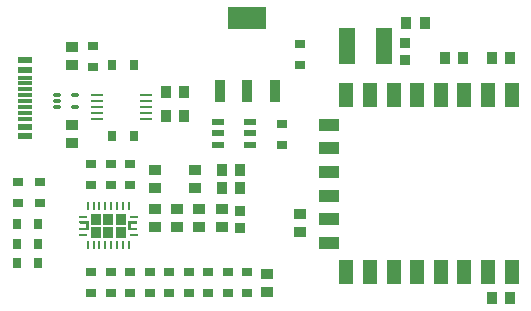
<source format=gtp>
G04 Layer_Color=8421504*
%FSLAX25Y25*%
%MOIN*%
G70*
G01*
G75*
%ADD10R,0.03937X0.00984*%
%ADD11R,0.03937X0.03740*%
%ADD12R,0.03543X0.02756*%
%ADD13R,0.03740X0.03937*%
%ADD14R,0.03740X0.03740*%
%ADD15R,0.05276X0.11890*%
%ADD16R,0.12598X0.07283*%
%ADD17R,0.03543X0.07283*%
%ADD18R,0.04028X0.02197*%
G04:AMPARAMS|DCode=20|XSize=23.62mil|YSize=9.45mil|CornerRadius=1.98mil|HoleSize=0mil|Usage=FLASHONLY|Rotation=90.000|XOffset=0mil|YOffset=0mil|HoleType=Round|Shape=RoundedRectangle|*
%AMROUNDEDRECTD20*
21,1,0.02362,0.00548,0,0,90.0*
21,1,0.01965,0.00945,0,0,90.0*
1,1,0.00397,0.00274,0.00983*
1,1,0.00397,0.00274,-0.00983*
1,1,0.00397,-0.00274,-0.00983*
1,1,0.00397,-0.00274,0.00983*
%
%ADD20ROUNDEDRECTD20*%
G04:AMPARAMS|DCode=21|XSize=9.45mil|YSize=23.62mil|CornerRadius=1.98mil|HoleSize=0mil|Usage=FLASHONLY|Rotation=90.000|XOffset=0mil|YOffset=0mil|HoleType=Round|Shape=RoundedRectangle|*
%AMROUNDEDRECTD21*
21,1,0.00945,0.01965,0,0,90.0*
21,1,0.00548,0.02362,0,0,90.0*
1,1,0.00397,0.00983,0.00274*
1,1,0.00397,0.00983,-0.00274*
1,1,0.00397,-0.00983,-0.00274*
1,1,0.00397,-0.00983,0.00274*
%
%ADD21ROUNDEDRECTD21*%
%ADD22R,0.02756X0.03543*%
%ADD23R,0.04724X0.07874*%
%ADD24R,0.06693X0.04331*%
%ADD25R,0.04528X0.01181*%
%ADD26R,0.04528X0.02362*%
G04:AMPARAMS|DCode=27|XSize=25.98mil|YSize=11.81mil|CornerRadius=1.48mil|HoleSize=0mil|Usage=FLASHONLY|Rotation=0.000|XOffset=0mil|YOffset=0mil|HoleType=Round|Shape=RoundedRectangle|*
%AMROUNDEDRECTD27*
21,1,0.02598,0.00886,0,0,0.0*
21,1,0.02303,0.01181,0,0,0.0*
1,1,0.00295,0.01152,-0.00443*
1,1,0.00295,-0.01152,-0.00443*
1,1,0.00295,-0.01152,0.00443*
1,1,0.00295,0.01152,0.00443*
%
%ADD27ROUNDEDRECTD27*%
G36*
X62417Y38480D02*
X59071D01*
Y42102D01*
X62417D01*
Y38480D01*
D02*
G37*
G36*
X50016Y41020D02*
X47161D01*
X47151Y41020D01*
X47141Y41021D01*
X47131Y41022D01*
X47120Y41024D01*
X47111Y41026D01*
X47101Y41029D01*
X47091Y41033D01*
X47081Y41037D01*
X47072Y41041D01*
X47063Y41046D01*
X47054Y41051D01*
X47046Y41057D01*
X47038Y41063D01*
X47030Y41070D01*
X47022Y41077D01*
X47015Y41085D01*
X47008Y41093D01*
X47002Y41101D01*
X46996Y41109D01*
X46991Y41118D01*
X46986Y41127D01*
X46982Y41137D01*
X46978Y41146D01*
X46974Y41156D01*
X46971Y41166D01*
X46969Y41176D01*
X46967Y41186D01*
X46966Y41196D01*
X46965Y41206D01*
X46965Y41216D01*
Y41610D01*
X46965Y41620D01*
X46966Y41631D01*
X46967Y41641D01*
X46969Y41651D01*
X46971Y41661D01*
X46974Y41671D01*
X46978Y41681D01*
X46982Y41690D01*
X46986Y41700D01*
X46991Y41709D01*
X46996Y41717D01*
X47002Y41726D01*
X47008Y41734D01*
X47015Y41742D01*
X47022Y41749D01*
X47030Y41756D01*
X47038Y41763D01*
X47046Y41769D01*
X47054Y41775D01*
X47063Y41781D01*
X47072Y41786D01*
X47081Y41790D01*
X47091Y41794D01*
X47101Y41797D01*
X47111Y41800D01*
X47120Y41803D01*
X47131Y41805D01*
X47141Y41806D01*
X47151Y41807D01*
X47161Y41807D01*
X49031D01*
Y43185D01*
X47161D01*
X47151Y43185D01*
X47141Y43186D01*
X47131Y43187D01*
X47120Y43189D01*
X47111Y43192D01*
X47101Y43195D01*
X47091Y43198D01*
X47081Y43202D01*
X47072Y43207D01*
X47063Y43211D01*
X47054Y43217D01*
X47046Y43223D01*
X47038Y43229D01*
X47030Y43236D01*
X47022Y43243D01*
X47015Y43250D01*
X47008Y43258D01*
X47002Y43266D01*
X46996Y43275D01*
X46991Y43284D01*
X46986Y43292D01*
X46982Y43302D01*
X46978Y43311D01*
X46974Y43321D01*
X46971Y43331D01*
X46969Y43341D01*
X46967Y43351D01*
X46966Y43361D01*
X46965Y43372D01*
X46965Y43382D01*
Y43776D01*
X46965Y43786D01*
X46966Y43796D01*
X46967Y43806D01*
X46969Y43817D01*
X46971Y43826D01*
X46974Y43836D01*
X46978Y43846D01*
X46982Y43856D01*
X46986Y43865D01*
X46991Y43874D01*
X46996Y43883D01*
X47002Y43891D01*
X47008Y43900D01*
X47015Y43907D01*
X47022Y43915D01*
X47030Y43922D01*
X47038Y43929D01*
X47046Y43935D01*
X47054Y43941D01*
X47063Y43946D01*
X47072Y43951D01*
X47081Y43955D01*
X47091Y43959D01*
X47101Y43963D01*
X47111Y43966D01*
X47120Y43968D01*
X47131Y43970D01*
X47141Y43971D01*
X47151Y43972D01*
X47161Y43972D01*
X50016D01*
Y41020D01*
D02*
G37*
G36*
X54150Y38480D02*
X50803D01*
Y42102D01*
X54150D01*
Y38480D01*
D02*
G37*
G36*
X58284D02*
X54937D01*
Y42102D01*
X58284D01*
Y38480D01*
D02*
G37*
G36*
Y42890D02*
X54937D01*
Y46512D01*
X58284D01*
Y42890D01*
D02*
G37*
G36*
X62417D02*
X59071D01*
Y46512D01*
X62417D01*
Y42890D01*
D02*
G37*
G36*
X66069Y43972D02*
X66080Y43971D01*
X66090Y43970D01*
X66100Y43968D01*
X66110Y43966D01*
X66120Y43963D01*
X66130Y43959D01*
X66139Y43955D01*
X66148Y43951D01*
X66158Y43946D01*
X66166Y43941D01*
X66175Y43935D01*
X66183Y43929D01*
X66191Y43922D01*
X66198Y43915D01*
X66205Y43907D01*
X66212Y43900D01*
X66218Y43891D01*
X66224Y43883D01*
X66229Y43874D01*
X66234Y43865D01*
X66239Y43856D01*
X66243Y43846D01*
X66246Y43836D01*
X66249Y43826D01*
X66252Y43817D01*
X66254Y43806D01*
X66255Y43796D01*
X66256Y43786D01*
X66256Y43776D01*
Y43382D01*
X66256Y43372D01*
X66255Y43361D01*
X66254Y43351D01*
X66252Y43341D01*
X66249Y43331D01*
X66246Y43321D01*
X66243Y43311D01*
X66239Y43302D01*
X66234Y43292D01*
X66229Y43284D01*
X66224Y43275D01*
X66218Y43266D01*
X66212Y43258D01*
X66205Y43250D01*
X66198Y43243D01*
X66191Y43236D01*
X66183Y43229D01*
X66175Y43223D01*
X66166Y43217D01*
X66158Y43211D01*
X66148Y43207D01*
X66139Y43202D01*
X66130Y43198D01*
X66120Y43195D01*
X66110Y43192D01*
X66100Y43189D01*
X66090Y43187D01*
X66080Y43186D01*
X66069Y43185D01*
X66059Y43185D01*
X64189D01*
Y41807D01*
X66059D01*
X66069Y41807D01*
X66080Y41806D01*
X66090Y41805D01*
X66100Y41803D01*
X66110Y41800D01*
X66120Y41797D01*
X66130Y41794D01*
X66139Y41790D01*
X66148Y41786D01*
X66158Y41781D01*
X66166Y41775D01*
X66175Y41769D01*
X66183Y41763D01*
X66191Y41756D01*
X66198Y41749D01*
X66205Y41742D01*
X66212Y41734D01*
X66218Y41726D01*
X66224Y41717D01*
X66229Y41709D01*
X66234Y41700D01*
X66239Y41690D01*
X66243Y41681D01*
X66246Y41671D01*
X66249Y41661D01*
X66252Y41651D01*
X66254Y41641D01*
X66255Y41631D01*
X66256Y41620D01*
X66256Y41610D01*
Y41216D01*
X66256Y41206D01*
X66255Y41196D01*
X66254Y41186D01*
X66252Y41176D01*
X66249Y41166D01*
X66246Y41156D01*
X66243Y41146D01*
X66239Y41137D01*
X66234Y41127D01*
X66229Y41118D01*
X66224Y41109D01*
X66218Y41101D01*
X66212Y41093D01*
X66205Y41085D01*
X66198Y41077D01*
X66191Y41070D01*
X66183Y41063D01*
X66175Y41057D01*
X66166Y41051D01*
X66158Y41046D01*
X66148Y41041D01*
X66139Y41037D01*
X66130Y41033D01*
X66120Y41029D01*
X66110Y41026D01*
X66100Y41024D01*
X66090Y41022D01*
X66080Y41021D01*
X66069Y41020D01*
X66059Y41020D01*
X63205D01*
Y43972D01*
X66059D01*
X66069Y43972D01*
D02*
G37*
G36*
X54150Y42890D02*
X50803D01*
Y46512D01*
X54150D01*
Y42890D01*
D02*
G37*
D10*
X52681Y85937D02*
D03*
Y83969D02*
D03*
Y82000D02*
D03*
Y80032D02*
D03*
Y78063D02*
D03*
X69319D02*
D03*
Y80032D02*
D03*
Y82000D02*
D03*
Y83969D02*
D03*
Y85937D02*
D03*
D11*
X120500Y46551D02*
D03*
Y40449D02*
D03*
X109500Y26551D02*
D03*
Y20449D02*
D03*
X85500Y54949D02*
D03*
Y61051D02*
D03*
X72197D02*
D03*
Y54949D02*
D03*
X94500Y48051D02*
D03*
Y41949D02*
D03*
X87000Y48051D02*
D03*
Y41949D02*
D03*
X79500D02*
D03*
Y48051D02*
D03*
X72197Y41949D02*
D03*
Y48051D02*
D03*
X44626Y76051D02*
D03*
Y69949D02*
D03*
X44626Y95949D02*
D03*
Y102051D02*
D03*
D12*
X51500Y102543D02*
D03*
Y95457D02*
D03*
X120500Y95957D02*
D03*
Y103043D02*
D03*
X114500Y69457D02*
D03*
Y76543D02*
D03*
X103000Y19957D02*
D03*
Y27043D02*
D03*
X96500Y19957D02*
D03*
Y27043D02*
D03*
X90000Y19957D02*
D03*
Y27043D02*
D03*
X83500Y20000D02*
D03*
Y27087D02*
D03*
X77000Y20000D02*
D03*
Y27087D02*
D03*
X70500Y19957D02*
D03*
Y27043D02*
D03*
X57500Y55957D02*
D03*
Y63043D02*
D03*
Y27043D02*
D03*
Y19957D02*
D03*
X51000Y55957D02*
D03*
Y63043D02*
D03*
X51000Y27043D02*
D03*
Y19957D02*
D03*
X64000Y55957D02*
D03*
Y63043D02*
D03*
Y27043D02*
D03*
Y19957D02*
D03*
X34000Y57087D02*
D03*
Y50000D02*
D03*
X26500Y57087D02*
D03*
Y50000D02*
D03*
D13*
X162051Y110000D02*
D03*
X155949D02*
D03*
X190551Y18500D02*
D03*
X184449D02*
D03*
X168717Y98500D02*
D03*
X174819D02*
D03*
X184449D02*
D03*
X190551D02*
D03*
X94449Y61000D02*
D03*
X100551D02*
D03*
Y55000D02*
D03*
X94449D02*
D03*
X82000Y87000D02*
D03*
X75898D02*
D03*
X82000Y79000D02*
D03*
X75898D02*
D03*
D14*
X155500Y103354D02*
D03*
Y97646D02*
D03*
X100551Y47500D02*
D03*
Y41791D02*
D03*
D15*
X148343Y102500D02*
D03*
X136216D02*
D03*
D16*
X103000Y111705D02*
D03*
D17*
X112055Y87295D02*
D03*
X103000D02*
D03*
X93945D02*
D03*
D18*
X93313Y76987D02*
D03*
Y73247D02*
D03*
Y69507D02*
D03*
X103841D02*
D03*
Y73247D02*
D03*
Y76987D02*
D03*
D20*
X49720Y48992D02*
D03*
X51689D02*
D03*
X53658D02*
D03*
X63500D02*
D03*
X61532D02*
D03*
X59563D02*
D03*
X57595D02*
D03*
X55626D02*
D03*
X49720Y36000D02*
D03*
X51689D02*
D03*
X53658D02*
D03*
X63500D02*
D03*
X61532D02*
D03*
X59563D02*
D03*
X57595D02*
D03*
X55626D02*
D03*
D21*
X65075Y45449D02*
D03*
Y39543D02*
D03*
X48146Y45449D02*
D03*
Y39543D02*
D03*
D22*
X33291Y30000D02*
D03*
X26205D02*
D03*
X33291Y36500D02*
D03*
X26205D02*
D03*
X33291Y43000D02*
D03*
X26205D02*
D03*
X57957Y72500D02*
D03*
X65043D02*
D03*
X57957Y96000D02*
D03*
X65043D02*
D03*
D23*
X191059Y85967D02*
D03*
X183185D02*
D03*
X175311D02*
D03*
X167437D02*
D03*
X159563D02*
D03*
X151689D02*
D03*
X143815D02*
D03*
X135941D02*
D03*
Y26912D02*
D03*
X143815D02*
D03*
X151689D02*
D03*
X159563D02*
D03*
X167437D02*
D03*
X175311D02*
D03*
X183185D02*
D03*
X191059D02*
D03*
D24*
X130035Y76124D02*
D03*
Y68250D02*
D03*
Y60376D02*
D03*
Y52502D02*
D03*
Y44628D02*
D03*
Y36754D02*
D03*
D25*
X28721Y91890D02*
D03*
Y89921D02*
D03*
Y87953D02*
D03*
Y78110D02*
D03*
Y80079D02*
D03*
Y82047D02*
D03*
Y85984D02*
D03*
Y84016D02*
D03*
D26*
Y75551D02*
D03*
Y94449D02*
D03*
Y72402D02*
D03*
Y97598D02*
D03*
D27*
X45394Y85984D02*
D03*
Y82047D02*
D03*
X39606D02*
D03*
Y84016D02*
D03*
Y85984D02*
D03*
M02*

</source>
